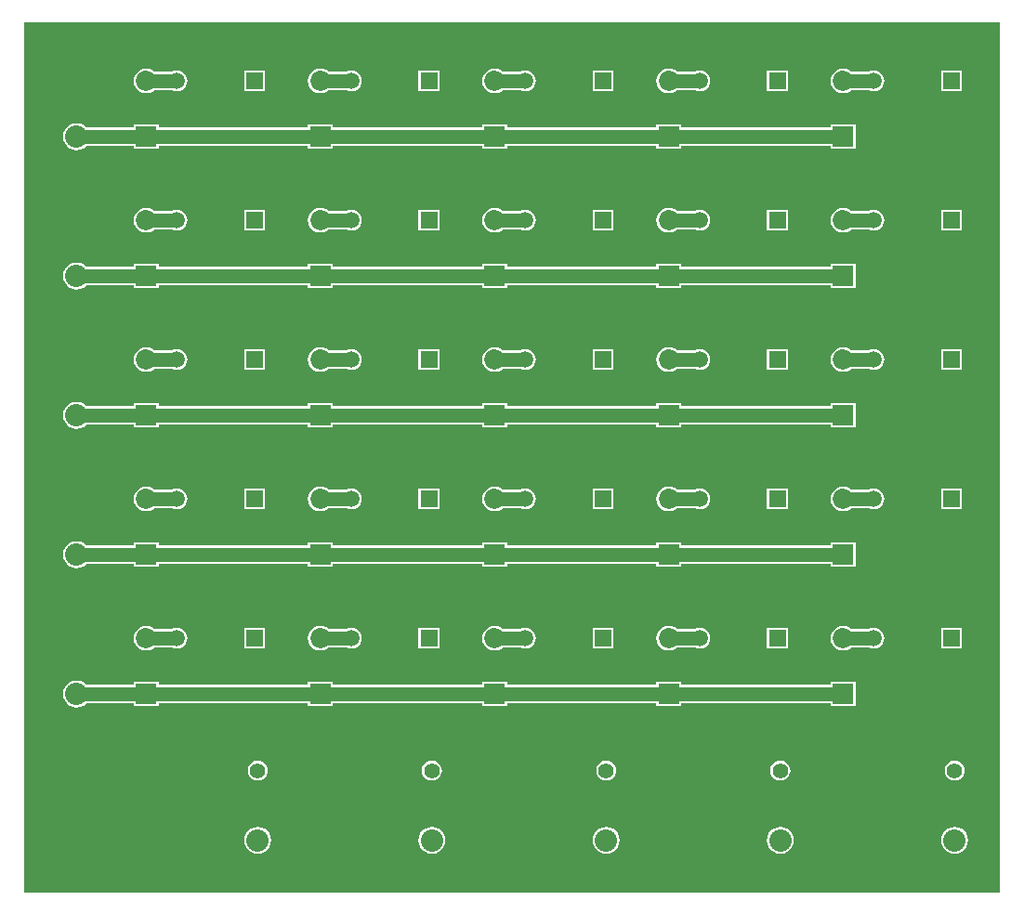
<source format=gtl>
%FSLAX25Y25*%
%MOIN*%
G70*
G01*
G75*
G04 Layer_Physical_Order=1*
G04 Layer_Color=255*
%ADD10C,0.05000*%
%ADD11C,0.05512*%
%ADD12C,0.07284*%
%ADD13R,0.07284X0.07284*%
%ADD14C,0.05906*%
%ADD15R,0.05906X0.05906*%
%ADD16C,0.08000*%
G36*
X556175Y381326D02*
X206326D01*
Y693675D01*
X556175D01*
Y381326D01*
D02*
G37*
%LPC*%
G36*
X225000Y507341D02*
X223747Y507176D01*
X222579Y506693D01*
X221577Y505923D01*
X220807Y504921D01*
X220323Y503753D01*
X220159Y502500D01*
X220323Y501247D01*
X220807Y500079D01*
X221577Y499077D01*
X222579Y498307D01*
X223747Y497823D01*
X225000Y497659D01*
X226253Y497823D01*
X227421Y498307D01*
X228423Y499077D01*
X228496Y499171D01*
X245558D01*
Y498058D01*
X254442D01*
Y499171D01*
X308058D01*
Y498058D01*
X316942D01*
Y499171D01*
X370558D01*
Y498058D01*
X379442D01*
Y499171D01*
X433058D01*
Y498058D01*
X441942D01*
Y499171D01*
X495558D01*
Y498058D01*
X504442D01*
Y506942D01*
X495558D01*
Y505829D01*
X441942D01*
Y506942D01*
X433058D01*
Y505829D01*
X379442D01*
Y506942D01*
X370558D01*
Y505829D01*
X316942D01*
Y506942D01*
X308058D01*
Y505829D01*
X254442D01*
Y506942D01*
X245558D01*
Y505829D01*
X228496D01*
X228423Y505923D01*
X227421Y506693D01*
X226253Y507176D01*
X225000Y507341D01*
D02*
G37*
G36*
X542729Y476253D02*
X535224D01*
Y468747D01*
X542729D01*
Y476253D01*
D02*
G37*
G36*
X312500Y526980D02*
X311340Y526827D01*
X310260Y526380D01*
X309332Y525668D01*
X308620Y524740D01*
X308173Y523660D01*
X308020Y522500D01*
X308173Y521341D01*
X308620Y520260D01*
X309332Y519332D01*
X310260Y518620D01*
X311340Y518173D01*
X312500Y518020D01*
X313660Y518173D01*
X314740Y518620D01*
X315459Y519171D01*
X321753D01*
X322544Y518844D01*
X323524Y518715D01*
X324503Y518844D01*
X325416Y519222D01*
X326200Y519824D01*
X326802Y520607D01*
X327180Y521520D01*
X327309Y522500D01*
X327180Y523480D01*
X326802Y524393D01*
X326200Y525176D01*
X325416Y525778D01*
X324503Y526156D01*
X323524Y526285D01*
X322544Y526156D01*
X321753Y525829D01*
X315459D01*
X314740Y526380D01*
X313660Y526827D01*
X312500Y526980D01*
D02*
G37*
G36*
X250000D02*
X248840Y526827D01*
X247760Y526380D01*
X246832Y525668D01*
X246120Y524740D01*
X245673Y523660D01*
X245520Y522500D01*
X245673Y521341D01*
X246120Y520260D01*
X246832Y519332D01*
X247760Y518620D01*
X248840Y518173D01*
X250000Y518020D01*
X251160Y518173D01*
X252240Y518620D01*
X252959Y519171D01*
X259253D01*
X260044Y518844D01*
X261024Y518715D01*
X262003Y518844D01*
X262916Y519222D01*
X263700Y519824D01*
X264302Y520607D01*
X264680Y521520D01*
X264809Y522500D01*
X264680Y523480D01*
X264302Y524393D01*
X263700Y525176D01*
X262916Y525778D01*
X262003Y526156D01*
X261024Y526285D01*
X260044Y526156D01*
X259253Y525829D01*
X252959D01*
X252240Y526380D01*
X251160Y526827D01*
X250000Y526980D01*
D02*
G37*
G36*
X355229Y476253D02*
X347724D01*
Y468747D01*
X355229D01*
Y476253D01*
D02*
G37*
G36*
X292729D02*
X285224D01*
Y468747D01*
X292729D01*
Y476253D01*
D02*
G37*
G36*
X480229D02*
X472724D01*
Y468747D01*
X480229D01*
Y476253D01*
D02*
G37*
G36*
X417729D02*
X410224D01*
Y468747D01*
X417729D01*
Y476253D01*
D02*
G37*
G36*
Y526253D02*
X410224D01*
Y518747D01*
X417729D01*
Y526253D01*
D02*
G37*
G36*
X355229D02*
X347724D01*
Y518747D01*
X355229D01*
Y526253D01*
D02*
G37*
G36*
X542729D02*
X535224D01*
Y518747D01*
X542729D01*
Y526253D01*
D02*
G37*
G36*
X480229D02*
X472724D01*
Y518747D01*
X480229D01*
Y526253D01*
D02*
G37*
G36*
X437500Y526980D02*
X436341Y526827D01*
X435260Y526380D01*
X434332Y525668D01*
X433620Y524740D01*
X433173Y523660D01*
X433020Y522500D01*
X433173Y521341D01*
X433620Y520260D01*
X434332Y519332D01*
X435260Y518620D01*
X436341Y518173D01*
X437500Y518020D01*
X438659Y518173D01*
X439740Y518620D01*
X440459Y519171D01*
X446753D01*
X447544Y518844D01*
X448524Y518715D01*
X449503Y518844D01*
X450416Y519222D01*
X451200Y519824D01*
X451802Y520607D01*
X452180Y521520D01*
X452309Y522500D01*
X452180Y523480D01*
X451802Y524393D01*
X451200Y525176D01*
X450416Y525778D01*
X449503Y526156D01*
X448524Y526285D01*
X447544Y526156D01*
X446753Y525829D01*
X440459D01*
X439740Y526380D01*
X438659Y526827D01*
X437500Y526980D01*
D02*
G37*
G36*
X375000D02*
X373840Y526827D01*
X372760Y526380D01*
X371832Y525668D01*
X371120Y524740D01*
X370673Y523660D01*
X370520Y522500D01*
X370673Y521341D01*
X371120Y520260D01*
X371832Y519332D01*
X372760Y518620D01*
X373840Y518173D01*
X375000Y518020D01*
X376160Y518173D01*
X377240Y518620D01*
X377959Y519171D01*
X384253D01*
X385044Y518844D01*
X386024Y518715D01*
X387003Y518844D01*
X387916Y519222D01*
X388700Y519824D01*
X389302Y520607D01*
X389680Y521520D01*
X389809Y522500D01*
X389680Y523480D01*
X389302Y524393D01*
X388700Y525176D01*
X387916Y525778D01*
X387003Y526156D01*
X386024Y526285D01*
X385044Y526156D01*
X384253Y525829D01*
X377959D01*
X377240Y526380D01*
X376160Y526827D01*
X375000Y526980D01*
D02*
G37*
G36*
X292729Y526253D02*
X285224D01*
Y518747D01*
X292729D01*
Y526253D01*
D02*
G37*
G36*
X500000Y526980D02*
X498841Y526827D01*
X497760Y526380D01*
X496832Y525668D01*
X496120Y524740D01*
X495673Y523660D01*
X495520Y522500D01*
X495673Y521341D01*
X496120Y520260D01*
X496832Y519332D01*
X497760Y518620D01*
X498841Y518173D01*
X500000Y518020D01*
X501159Y518173D01*
X502240Y518620D01*
X502959Y519171D01*
X509253D01*
X510044Y518844D01*
X511024Y518715D01*
X512003Y518844D01*
X512916Y519222D01*
X513700Y519824D01*
X514302Y520607D01*
X514680Y521520D01*
X514809Y522500D01*
X514680Y523480D01*
X514302Y524393D01*
X513700Y525176D01*
X512916Y525778D01*
X512003Y526156D01*
X511024Y526285D01*
X510044Y526156D01*
X509253Y525829D01*
X502959D01*
X502240Y526380D01*
X501159Y526827D01*
X500000Y526980D01*
D02*
G37*
G36*
X290000Y428587D02*
X289072Y428464D01*
X288207Y428106D01*
X287464Y427536D01*
X286894Y426793D01*
X286536Y425928D01*
X286413Y425000D01*
X286536Y424072D01*
X286894Y423207D01*
X287464Y422464D01*
X288207Y421894D01*
X289072Y421536D01*
X290000Y421413D01*
X290928Y421536D01*
X291793Y421894D01*
X292536Y422464D01*
X293106Y423207D01*
X293464Y424072D01*
X293587Y425000D01*
X293464Y425928D01*
X293106Y426793D01*
X292536Y427536D01*
X291793Y428106D01*
X290928Y428464D01*
X290000Y428587D01*
D02*
G37*
G36*
X540000Y404841D02*
X538747Y404676D01*
X537579Y404193D01*
X536577Y403423D01*
X535807Y402421D01*
X535323Y401253D01*
X535159Y400000D01*
X535323Y398747D01*
X535807Y397579D01*
X536577Y396577D01*
X537579Y395807D01*
X538747Y395323D01*
X540000Y395159D01*
X541253Y395323D01*
X542421Y395807D01*
X543423Y396577D01*
X544193Y397579D01*
X544676Y398747D01*
X544841Y400000D01*
X544676Y401253D01*
X544193Y402421D01*
X543423Y403423D01*
X542421Y404193D01*
X541253Y404676D01*
X540000Y404841D01*
D02*
G37*
G36*
X415000Y428587D02*
X414072Y428464D01*
X413207Y428106D01*
X412464Y427536D01*
X411894Y426793D01*
X411536Y425928D01*
X411413Y425000D01*
X411536Y424072D01*
X411894Y423207D01*
X412464Y422464D01*
X413207Y421894D01*
X414072Y421536D01*
X415000Y421413D01*
X415928Y421536D01*
X416793Y421894D01*
X417536Y422464D01*
X418106Y423207D01*
X418464Y424072D01*
X418587Y425000D01*
X418464Y425928D01*
X418106Y426793D01*
X417536Y427536D01*
X416793Y428106D01*
X415928Y428464D01*
X415000Y428587D01*
D02*
G37*
G36*
X352500D02*
X351572Y428464D01*
X350707Y428106D01*
X349964Y427536D01*
X349394Y426793D01*
X349036Y425928D01*
X348913Y425000D01*
X349036Y424072D01*
X349394Y423207D01*
X349964Y422464D01*
X350707Y421894D01*
X351572Y421536D01*
X352500Y421413D01*
X353428Y421536D01*
X354293Y421894D01*
X355036Y422464D01*
X355606Y423207D01*
X355964Y424072D01*
X356087Y425000D01*
X355964Y425928D01*
X355606Y426793D01*
X355036Y427536D01*
X354293Y428106D01*
X353428Y428464D01*
X352500Y428587D01*
D02*
G37*
G36*
Y404841D02*
X351247Y404676D01*
X350079Y404193D01*
X349077Y403423D01*
X348307Y402421D01*
X347824Y401253D01*
X347659Y400000D01*
X347824Y398747D01*
X348307Y397579D01*
X349077Y396577D01*
X350079Y395807D01*
X351247Y395323D01*
X352500Y395159D01*
X353753Y395323D01*
X354921Y395807D01*
X355923Y396577D01*
X356693Y397579D01*
X357176Y398747D01*
X357341Y400000D01*
X357176Y401253D01*
X356693Y402421D01*
X355923Y403423D01*
X354921Y404193D01*
X353753Y404676D01*
X352500Y404841D01*
D02*
G37*
G36*
X290000D02*
X288747Y404676D01*
X287579Y404193D01*
X286577Y403423D01*
X285807Y402421D01*
X285324Y401253D01*
X285159Y400000D01*
X285324Y398747D01*
X285807Y397579D01*
X286577Y396577D01*
X287579Y395807D01*
X288747Y395323D01*
X290000Y395159D01*
X291253Y395323D01*
X292421Y395807D01*
X293423Y396577D01*
X294193Y397579D01*
X294676Y398747D01*
X294841Y400000D01*
X294676Y401253D01*
X294193Y402421D01*
X293423Y403423D01*
X292421Y404193D01*
X291253Y404676D01*
X290000Y404841D01*
D02*
G37*
G36*
X477500D02*
X476247Y404676D01*
X475079Y404193D01*
X474077Y403423D01*
X473307Y402421D01*
X472823Y401253D01*
X472659Y400000D01*
X472823Y398747D01*
X473307Y397579D01*
X474077Y396577D01*
X475079Y395807D01*
X476247Y395323D01*
X477500Y395159D01*
X478753Y395323D01*
X479921Y395807D01*
X480923Y396577D01*
X481693Y397579D01*
X482176Y398747D01*
X482341Y400000D01*
X482176Y401253D01*
X481693Y402421D01*
X480923Y403423D01*
X479921Y404193D01*
X478753Y404676D01*
X477500Y404841D01*
D02*
G37*
G36*
X415000D02*
X413747Y404676D01*
X412579Y404193D01*
X411577Y403423D01*
X410807Y402421D01*
X410323Y401253D01*
X410159Y400000D01*
X410323Y398747D01*
X410807Y397579D01*
X411577Y396577D01*
X412579Y395807D01*
X413747Y395323D01*
X415000Y395159D01*
X416253Y395323D01*
X417421Y395807D01*
X418423Y396577D01*
X419193Y397579D01*
X419676Y398747D01*
X419841Y400000D01*
X419676Y401253D01*
X419193Y402421D01*
X418423Y403423D01*
X417421Y404193D01*
X416253Y404676D01*
X415000Y404841D01*
D02*
G37*
G36*
X375000Y476980D02*
X373840Y476827D01*
X372760Y476380D01*
X371832Y475668D01*
X371120Y474740D01*
X370673Y473660D01*
X370520Y472500D01*
X370673Y471341D01*
X371120Y470260D01*
X371832Y469332D01*
X372760Y468620D01*
X373840Y468173D01*
X375000Y468020D01*
X376160Y468173D01*
X377240Y468620D01*
X377959Y469171D01*
X384253D01*
X385044Y468844D01*
X386024Y468715D01*
X387003Y468844D01*
X387916Y469222D01*
X388700Y469824D01*
X389302Y470607D01*
X389680Y471520D01*
X389809Y472500D01*
X389680Y473480D01*
X389302Y474393D01*
X388700Y475176D01*
X387916Y475778D01*
X387003Y476156D01*
X386024Y476285D01*
X385044Y476156D01*
X384253Y475829D01*
X377959D01*
X377240Y476380D01*
X376160Y476827D01*
X375000Y476980D01*
D02*
G37*
G36*
X312500D02*
X311340Y476827D01*
X310260Y476380D01*
X309332Y475668D01*
X308620Y474740D01*
X308173Y473660D01*
X308020Y472500D01*
X308173Y471341D01*
X308620Y470260D01*
X309332Y469332D01*
X310260Y468620D01*
X311340Y468173D01*
X312500Y468020D01*
X313660Y468173D01*
X314740Y468620D01*
X315459Y469171D01*
X321753D01*
X322544Y468844D01*
X323524Y468715D01*
X324503Y468844D01*
X325416Y469222D01*
X326200Y469824D01*
X326802Y470607D01*
X327180Y471520D01*
X327309Y472500D01*
X327180Y473480D01*
X326802Y474393D01*
X326200Y475176D01*
X325416Y475778D01*
X324503Y476156D01*
X323524Y476285D01*
X322544Y476156D01*
X321753Y475829D01*
X315459D01*
X314740Y476380D01*
X313660Y476827D01*
X312500Y476980D01*
D02*
G37*
G36*
X500000D02*
X498841Y476827D01*
X497760Y476380D01*
X496832Y475668D01*
X496120Y474740D01*
X495673Y473660D01*
X495520Y472500D01*
X495673Y471341D01*
X496120Y470260D01*
X496832Y469332D01*
X497760Y468620D01*
X498841Y468173D01*
X500000Y468020D01*
X501159Y468173D01*
X502240Y468620D01*
X502959Y469171D01*
X509253D01*
X510044Y468844D01*
X511024Y468715D01*
X512003Y468844D01*
X512916Y469222D01*
X513700Y469824D01*
X514302Y470607D01*
X514680Y471520D01*
X514809Y472500D01*
X514680Y473480D01*
X514302Y474393D01*
X513700Y475176D01*
X512916Y475778D01*
X512003Y476156D01*
X511024Y476285D01*
X510044Y476156D01*
X509253Y475829D01*
X502959D01*
X502240Y476380D01*
X501159Y476827D01*
X500000Y476980D01*
D02*
G37*
G36*
X437500D02*
X436341Y476827D01*
X435260Y476380D01*
X434332Y475668D01*
X433620Y474740D01*
X433173Y473660D01*
X433020Y472500D01*
X433173Y471341D01*
X433620Y470260D01*
X434332Y469332D01*
X435260Y468620D01*
X436341Y468173D01*
X437500Y468020D01*
X438659Y468173D01*
X439740Y468620D01*
X440459Y469171D01*
X446753D01*
X447544Y468844D01*
X448524Y468715D01*
X449503Y468844D01*
X450416Y469222D01*
X451200Y469824D01*
X451802Y470607D01*
X452180Y471520D01*
X452309Y472500D01*
X452180Y473480D01*
X451802Y474393D01*
X451200Y475176D01*
X450416Y475778D01*
X449503Y476156D01*
X448524Y476285D01*
X447544Y476156D01*
X446753Y475829D01*
X440459D01*
X439740Y476380D01*
X438659Y476827D01*
X437500Y476980D01*
D02*
G37*
G36*
X540000Y428587D02*
X539072Y428464D01*
X538207Y428106D01*
X537464Y427536D01*
X536894Y426793D01*
X536536Y425928D01*
X536413Y425000D01*
X536536Y424072D01*
X536894Y423207D01*
X537464Y422464D01*
X538207Y421894D01*
X539072Y421536D01*
X540000Y421413D01*
X540928Y421536D01*
X541793Y421894D01*
X542536Y422464D01*
X543106Y423207D01*
X543464Y424072D01*
X543587Y425000D01*
X543464Y425928D01*
X543106Y426793D01*
X542536Y427536D01*
X541793Y428106D01*
X540928Y428464D01*
X540000Y428587D01*
D02*
G37*
G36*
X477500D02*
X476572Y428464D01*
X475707Y428106D01*
X474964Y427536D01*
X474394Y426793D01*
X474036Y425928D01*
X473913Y425000D01*
X474036Y424072D01*
X474394Y423207D01*
X474964Y422464D01*
X475707Y421894D01*
X476572Y421536D01*
X477500Y421413D01*
X478428Y421536D01*
X479293Y421894D01*
X480036Y422464D01*
X480606Y423207D01*
X480964Y424072D01*
X481087Y425000D01*
X480964Y425928D01*
X480606Y426793D01*
X480036Y427536D01*
X479293Y428106D01*
X478428Y428464D01*
X477500Y428587D01*
D02*
G37*
G36*
X250000Y476980D02*
X248840Y476827D01*
X247760Y476380D01*
X246832Y475668D01*
X246120Y474740D01*
X245673Y473660D01*
X245520Y472500D01*
X245673Y471341D01*
X246120Y470260D01*
X246832Y469332D01*
X247760Y468620D01*
X248840Y468173D01*
X250000Y468020D01*
X251160Y468173D01*
X252240Y468620D01*
X252959Y469171D01*
X259253D01*
X260044Y468844D01*
X261024Y468715D01*
X262003Y468844D01*
X262916Y469222D01*
X263700Y469824D01*
X264302Y470607D01*
X264680Y471520D01*
X264809Y472500D01*
X264680Y473480D01*
X264302Y474393D01*
X263700Y475176D01*
X262916Y475778D01*
X262003Y476156D01*
X261024Y476285D01*
X260044Y476156D01*
X259253Y475829D01*
X252959D01*
X252240Y476380D01*
X251160Y476827D01*
X250000Y476980D01*
D02*
G37*
G36*
X225000Y457341D02*
X223747Y457176D01*
X222579Y456693D01*
X221577Y455923D01*
X220807Y454921D01*
X220323Y453753D01*
X220159Y452500D01*
X220323Y451247D01*
X220807Y450079D01*
X221577Y449077D01*
X222579Y448307D01*
X223747Y447823D01*
X225000Y447659D01*
X226253Y447823D01*
X227421Y448307D01*
X228423Y449077D01*
X228496Y449171D01*
X245558D01*
Y448058D01*
X254442D01*
Y449171D01*
X308058D01*
Y448058D01*
X316942D01*
Y449171D01*
X370558D01*
Y448058D01*
X379442D01*
Y449171D01*
X433058D01*
Y448058D01*
X441942D01*
Y449171D01*
X495558D01*
Y448058D01*
X504442D01*
Y456942D01*
X495558D01*
Y455829D01*
X441942D01*
Y456942D01*
X433058D01*
Y455829D01*
X379442D01*
Y456942D01*
X370558D01*
Y455829D01*
X316942D01*
Y456942D01*
X308058D01*
Y455829D01*
X254442D01*
Y456942D01*
X245558D01*
Y455829D01*
X228496D01*
X228423Y455923D01*
X227421Y456693D01*
X226253Y457176D01*
X225000Y457341D01*
D02*
G37*
G36*
Y657341D02*
X223747Y657176D01*
X222579Y656693D01*
X221577Y655923D01*
X220807Y654921D01*
X220323Y653753D01*
X220159Y652500D01*
X220323Y651247D01*
X220807Y650079D01*
X221577Y649077D01*
X222579Y648307D01*
X223747Y647823D01*
X225000Y647659D01*
X226253Y647823D01*
X227421Y648307D01*
X228423Y649077D01*
X228496Y649171D01*
X245558D01*
Y648058D01*
X254442D01*
Y649171D01*
X308058D01*
Y648058D01*
X316942D01*
Y649171D01*
X370558D01*
Y648058D01*
X379442D01*
Y649171D01*
X433058D01*
Y648058D01*
X441942D01*
Y649171D01*
X495558D01*
Y648058D01*
X504442D01*
Y656942D01*
X495558D01*
Y655829D01*
X441942D01*
Y656942D01*
X433058D01*
Y655829D01*
X379442D01*
Y656942D01*
X370558D01*
Y655829D01*
X316942D01*
Y656942D01*
X308058D01*
Y655829D01*
X254442D01*
Y656942D01*
X245558D01*
Y655829D01*
X228496D01*
X228423Y655923D01*
X227421Y656693D01*
X226253Y657176D01*
X225000Y657341D01*
D02*
G37*
G36*
X542729Y626253D02*
X535224D01*
Y618747D01*
X542729D01*
Y626253D01*
D02*
G37*
G36*
X312500Y676980D02*
X311340Y676827D01*
X310260Y676380D01*
X309332Y675668D01*
X308620Y674740D01*
X308173Y673660D01*
X308020Y672500D01*
X308173Y671341D01*
X308620Y670260D01*
X309332Y669332D01*
X310260Y668620D01*
X311340Y668173D01*
X312500Y668020D01*
X313660Y668173D01*
X314740Y668620D01*
X315459Y669171D01*
X321753D01*
X322544Y668844D01*
X323524Y668715D01*
X324503Y668844D01*
X325416Y669222D01*
X326200Y669824D01*
X326802Y670607D01*
X327180Y671520D01*
X327309Y672500D01*
X327180Y673480D01*
X326802Y674393D01*
X326200Y675176D01*
X325416Y675778D01*
X324503Y676156D01*
X323524Y676285D01*
X322544Y676156D01*
X321753Y675829D01*
X315459D01*
X314740Y676380D01*
X313660Y676827D01*
X312500Y676980D01*
D02*
G37*
G36*
X250000D02*
X248840Y676827D01*
X247760Y676380D01*
X246832Y675668D01*
X246120Y674740D01*
X245673Y673660D01*
X245520Y672500D01*
X245673Y671341D01*
X246120Y670260D01*
X246832Y669332D01*
X247760Y668620D01*
X248840Y668173D01*
X250000Y668020D01*
X251160Y668173D01*
X252240Y668620D01*
X252959Y669171D01*
X259253D01*
X260044Y668844D01*
X261024Y668715D01*
X262003Y668844D01*
X262916Y669222D01*
X263700Y669824D01*
X264302Y670607D01*
X264680Y671520D01*
X264809Y672500D01*
X264680Y673480D01*
X264302Y674393D01*
X263700Y675176D01*
X262916Y675778D01*
X262003Y676156D01*
X261024Y676285D01*
X260044Y676156D01*
X259253Y675829D01*
X252959D01*
X252240Y676380D01*
X251160Y676827D01*
X250000Y676980D01*
D02*
G37*
G36*
X355229Y626253D02*
X347724D01*
Y618747D01*
X355229D01*
Y626253D01*
D02*
G37*
G36*
X292729D02*
X285224D01*
Y618747D01*
X292729D01*
Y626253D01*
D02*
G37*
G36*
X480229D02*
X472724D01*
Y618747D01*
X480229D01*
Y626253D01*
D02*
G37*
G36*
X417729D02*
X410224D01*
Y618747D01*
X417729D01*
Y626253D01*
D02*
G37*
G36*
Y676253D02*
X410224D01*
Y668747D01*
X417729D01*
Y676253D01*
D02*
G37*
G36*
X355229D02*
X347724D01*
Y668747D01*
X355229D01*
Y676253D01*
D02*
G37*
G36*
X542729D02*
X535224D01*
Y668747D01*
X542729D01*
Y676253D01*
D02*
G37*
G36*
X480229D02*
X472724D01*
Y668747D01*
X480229D01*
Y676253D01*
D02*
G37*
G36*
X437500Y676980D02*
X436341Y676827D01*
X435260Y676380D01*
X434332Y675668D01*
X433620Y674740D01*
X433173Y673660D01*
X433020Y672500D01*
X433173Y671341D01*
X433620Y670260D01*
X434332Y669332D01*
X435260Y668620D01*
X436341Y668173D01*
X437500Y668020D01*
X438659Y668173D01*
X439740Y668620D01*
X440459Y669171D01*
X446753D01*
X447544Y668844D01*
X448524Y668715D01*
X449503Y668844D01*
X450416Y669222D01*
X451200Y669824D01*
X451802Y670607D01*
X452180Y671520D01*
X452309Y672500D01*
X452180Y673480D01*
X451802Y674393D01*
X451200Y675176D01*
X450416Y675778D01*
X449503Y676156D01*
X448524Y676285D01*
X447544Y676156D01*
X446753Y675829D01*
X440459D01*
X439740Y676380D01*
X438659Y676827D01*
X437500Y676980D01*
D02*
G37*
G36*
X375000D02*
X373840Y676827D01*
X372760Y676380D01*
X371832Y675668D01*
X371120Y674740D01*
X370673Y673660D01*
X370520Y672500D01*
X370673Y671341D01*
X371120Y670260D01*
X371832Y669332D01*
X372760Y668620D01*
X373840Y668173D01*
X375000Y668020D01*
X376160Y668173D01*
X377240Y668620D01*
X377959Y669171D01*
X384253D01*
X385044Y668844D01*
X386024Y668715D01*
X387003Y668844D01*
X387916Y669222D01*
X388700Y669824D01*
X389302Y670607D01*
X389680Y671520D01*
X389809Y672500D01*
X389680Y673480D01*
X389302Y674393D01*
X388700Y675176D01*
X387916Y675778D01*
X387003Y676156D01*
X386024Y676285D01*
X385044Y676156D01*
X384253Y675829D01*
X377959D01*
X377240Y676380D01*
X376160Y676827D01*
X375000Y676980D01*
D02*
G37*
G36*
X292729Y676253D02*
X285224D01*
Y668747D01*
X292729D01*
Y676253D01*
D02*
G37*
G36*
X500000Y676980D02*
X498841Y676827D01*
X497760Y676380D01*
X496832Y675668D01*
X496120Y674740D01*
X495673Y673660D01*
X495520Y672500D01*
X495673Y671341D01*
X496120Y670260D01*
X496832Y669332D01*
X497760Y668620D01*
X498841Y668173D01*
X500000Y668020D01*
X501159Y668173D01*
X502240Y668620D01*
X502959Y669171D01*
X509253D01*
X510044Y668844D01*
X511024Y668715D01*
X512003Y668844D01*
X512916Y669222D01*
X513700Y669824D01*
X514302Y670607D01*
X514680Y671520D01*
X514809Y672500D01*
X514680Y673480D01*
X514302Y674393D01*
X513700Y675176D01*
X512916Y675778D01*
X512003Y676156D01*
X511024Y676285D01*
X510044Y676156D01*
X509253Y675829D01*
X502959D01*
X502240Y676380D01*
X501159Y676827D01*
X500000Y676980D01*
D02*
G37*
G36*
Y626980D02*
X498841Y626827D01*
X497760Y626380D01*
X496832Y625668D01*
X496120Y624740D01*
X495673Y623660D01*
X495520Y622500D01*
X495673Y621341D01*
X496120Y620260D01*
X496832Y619332D01*
X497760Y618620D01*
X498841Y618173D01*
X500000Y618020D01*
X501159Y618173D01*
X502240Y618620D01*
X502959Y619171D01*
X509253D01*
X510044Y618844D01*
X511024Y618715D01*
X512003Y618844D01*
X512916Y619222D01*
X513700Y619824D01*
X514302Y620607D01*
X514680Y621520D01*
X514809Y622500D01*
X514680Y623480D01*
X514302Y624393D01*
X513700Y625176D01*
X512916Y625778D01*
X512003Y626156D01*
X511024Y626285D01*
X510044Y626156D01*
X509253Y625829D01*
X502959D01*
X502240Y626380D01*
X501159Y626827D01*
X500000Y626980D01*
D02*
G37*
G36*
Y576980D02*
X498841Y576827D01*
X497760Y576380D01*
X496832Y575668D01*
X496120Y574740D01*
X495673Y573660D01*
X495520Y572500D01*
X495673Y571341D01*
X496120Y570260D01*
X496832Y569332D01*
X497760Y568620D01*
X498841Y568173D01*
X500000Y568020D01*
X501159Y568173D01*
X502240Y568620D01*
X502959Y569171D01*
X509253D01*
X510044Y568844D01*
X511024Y568715D01*
X512003Y568844D01*
X512916Y569222D01*
X513700Y569824D01*
X514302Y570607D01*
X514680Y571520D01*
X514809Y572500D01*
X514680Y573480D01*
X514302Y574393D01*
X513700Y575176D01*
X512916Y575778D01*
X512003Y576156D01*
X511024Y576285D01*
X510044Y576156D01*
X509253Y575829D01*
X502959D01*
X502240Y576380D01*
X501159Y576827D01*
X500000Y576980D01*
D02*
G37*
G36*
X437500D02*
X436341Y576827D01*
X435260Y576380D01*
X434332Y575668D01*
X433620Y574740D01*
X433173Y573660D01*
X433020Y572500D01*
X433173Y571341D01*
X433620Y570260D01*
X434332Y569332D01*
X435260Y568620D01*
X436341Y568173D01*
X437500Y568020D01*
X438659Y568173D01*
X439740Y568620D01*
X440459Y569171D01*
X446753D01*
X447544Y568844D01*
X448524Y568715D01*
X449503Y568844D01*
X450416Y569222D01*
X451200Y569824D01*
X451802Y570607D01*
X452180Y571520D01*
X452309Y572500D01*
X452180Y573480D01*
X451802Y574393D01*
X451200Y575176D01*
X450416Y575778D01*
X449503Y576156D01*
X448524Y576285D01*
X447544Y576156D01*
X446753Y575829D01*
X440459D01*
X439740Y576380D01*
X438659Y576827D01*
X437500Y576980D01*
D02*
G37*
G36*
X355229Y576253D02*
X347724D01*
Y568747D01*
X355229D01*
Y576253D01*
D02*
G37*
G36*
X292729D02*
X285224D01*
Y568747D01*
X292729D01*
Y576253D01*
D02*
G37*
G36*
X250000Y576980D02*
X248840Y576827D01*
X247760Y576380D01*
X246832Y575668D01*
X246120Y574740D01*
X245673Y573660D01*
X245520Y572500D01*
X245673Y571341D01*
X246120Y570260D01*
X246832Y569332D01*
X247760Y568620D01*
X248840Y568173D01*
X250000Y568020D01*
X251160Y568173D01*
X252240Y568620D01*
X252959Y569171D01*
X259253D01*
X260044Y568844D01*
X261024Y568715D01*
X262003Y568844D01*
X262916Y569222D01*
X263700Y569824D01*
X264302Y570607D01*
X264680Y571520D01*
X264809Y572500D01*
X264680Y573480D01*
X264302Y574393D01*
X263700Y575176D01*
X262916Y575778D01*
X262003Y576156D01*
X261024Y576285D01*
X260044Y576156D01*
X259253Y575829D01*
X252959D01*
X252240Y576380D01*
X251160Y576827D01*
X250000Y576980D01*
D02*
G37*
G36*
X225000Y557341D02*
X223747Y557176D01*
X222579Y556693D01*
X221577Y555923D01*
X220807Y554921D01*
X220323Y553753D01*
X220159Y552500D01*
X220323Y551247D01*
X220807Y550079D01*
X221577Y549077D01*
X222579Y548307D01*
X223747Y547823D01*
X225000Y547659D01*
X226253Y547823D01*
X227421Y548307D01*
X228423Y549077D01*
X228496Y549171D01*
X245558D01*
Y548058D01*
X254442D01*
Y549171D01*
X308058D01*
Y548058D01*
X316942D01*
Y549171D01*
X370558D01*
Y548058D01*
X379442D01*
Y549171D01*
X433058D01*
Y548058D01*
X441942D01*
Y549171D01*
X495558D01*
Y548058D01*
X504442D01*
Y556942D01*
X495558D01*
Y555829D01*
X441942D01*
Y556942D01*
X433058D01*
Y555829D01*
X379442D01*
Y556942D01*
X370558D01*
Y555829D01*
X316942D01*
Y556942D01*
X308058D01*
Y555829D01*
X254442D01*
Y556942D01*
X245558D01*
Y555829D01*
X228496D01*
X228423Y555923D01*
X227421Y556693D01*
X226253Y557176D01*
X225000Y557341D01*
D02*
G37*
G36*
X375000Y576980D02*
X373840Y576827D01*
X372760Y576380D01*
X371832Y575668D01*
X371120Y574740D01*
X370673Y573660D01*
X370520Y572500D01*
X370673Y571341D01*
X371120Y570260D01*
X371832Y569332D01*
X372760Y568620D01*
X373840Y568173D01*
X375000Y568020D01*
X376160Y568173D01*
X377240Y568620D01*
X377959Y569171D01*
X384253D01*
X385044Y568844D01*
X386024Y568715D01*
X387003Y568844D01*
X387916Y569222D01*
X388700Y569824D01*
X389302Y570607D01*
X389680Y571520D01*
X389809Y572500D01*
X389680Y573480D01*
X389302Y574393D01*
X388700Y575176D01*
X387916Y575778D01*
X387003Y576156D01*
X386024Y576285D01*
X385044Y576156D01*
X384253Y575829D01*
X377959D01*
X377240Y576380D01*
X376160Y576827D01*
X375000Y576980D01*
D02*
G37*
G36*
X312500D02*
X311340Y576827D01*
X310260Y576380D01*
X309332Y575668D01*
X308620Y574740D01*
X308173Y573660D01*
X308020Y572500D01*
X308173Y571341D01*
X308620Y570260D01*
X309332Y569332D01*
X310260Y568620D01*
X311340Y568173D01*
X312500Y568020D01*
X313660Y568173D01*
X314740Y568620D01*
X315459Y569171D01*
X321753D01*
X322544Y568844D01*
X323524Y568715D01*
X324503Y568844D01*
X325416Y569222D01*
X326200Y569824D01*
X326802Y570607D01*
X327180Y571520D01*
X327309Y572500D01*
X327180Y573480D01*
X326802Y574393D01*
X326200Y575176D01*
X325416Y575778D01*
X324503Y576156D01*
X323524Y576285D01*
X322544Y576156D01*
X321753Y575829D01*
X315459D01*
X314740Y576380D01*
X313660Y576827D01*
X312500Y576980D01*
D02*
G37*
G36*
Y626980D02*
X311340Y626827D01*
X310260Y626380D01*
X309332Y625668D01*
X308620Y624740D01*
X308173Y623660D01*
X308020Y622500D01*
X308173Y621341D01*
X308620Y620260D01*
X309332Y619332D01*
X310260Y618620D01*
X311340Y618173D01*
X312500Y618020D01*
X313660Y618173D01*
X314740Y618620D01*
X315459Y619171D01*
X321753D01*
X322544Y618844D01*
X323524Y618715D01*
X324503Y618844D01*
X325416Y619222D01*
X326200Y619824D01*
X326802Y620607D01*
X327180Y621520D01*
X327309Y622500D01*
X327180Y623480D01*
X326802Y624393D01*
X326200Y625176D01*
X325416Y625778D01*
X324503Y626156D01*
X323524Y626285D01*
X322544Y626156D01*
X321753Y625829D01*
X315459D01*
X314740Y626380D01*
X313660Y626827D01*
X312500Y626980D01*
D02*
G37*
G36*
X250000D02*
X248840Y626827D01*
X247760Y626380D01*
X246832Y625668D01*
X246120Y624740D01*
X245673Y623660D01*
X245520Y622500D01*
X245673Y621341D01*
X246120Y620260D01*
X246832Y619332D01*
X247760Y618620D01*
X248840Y618173D01*
X250000Y618020D01*
X251160Y618173D01*
X252240Y618620D01*
X252959Y619171D01*
X259253D01*
X260044Y618844D01*
X261024Y618715D01*
X262003Y618844D01*
X262916Y619222D01*
X263700Y619824D01*
X264302Y620607D01*
X264680Y621520D01*
X264809Y622500D01*
X264680Y623480D01*
X264302Y624393D01*
X263700Y625176D01*
X262916Y625778D01*
X262003Y626156D01*
X261024Y626285D01*
X260044Y626156D01*
X259253Y625829D01*
X252959D01*
X252240Y626380D01*
X251160Y626827D01*
X250000Y626980D01*
D02*
G37*
G36*
X437500D02*
X436341Y626827D01*
X435260Y626380D01*
X434332Y625668D01*
X433620Y624740D01*
X433173Y623660D01*
X433020Y622500D01*
X433173Y621341D01*
X433620Y620260D01*
X434332Y619332D01*
X435260Y618620D01*
X436341Y618173D01*
X437500Y618020D01*
X438659Y618173D01*
X439740Y618620D01*
X440459Y619171D01*
X446753D01*
X447544Y618844D01*
X448524Y618715D01*
X449503Y618844D01*
X450416Y619222D01*
X451200Y619824D01*
X451802Y620607D01*
X452180Y621520D01*
X452309Y622500D01*
X452180Y623480D01*
X451802Y624393D01*
X451200Y625176D01*
X450416Y625778D01*
X449503Y626156D01*
X448524Y626285D01*
X447544Y626156D01*
X446753Y625829D01*
X440459D01*
X439740Y626380D01*
X438659Y626827D01*
X437500Y626980D01*
D02*
G37*
G36*
X375000D02*
X373840Y626827D01*
X372760Y626380D01*
X371832Y625668D01*
X371120Y624740D01*
X370673Y623660D01*
X370520Y622500D01*
X370673Y621341D01*
X371120Y620260D01*
X371832Y619332D01*
X372760Y618620D01*
X373840Y618173D01*
X375000Y618020D01*
X376160Y618173D01*
X377240Y618620D01*
X377959Y619171D01*
X384253D01*
X385044Y618844D01*
X386024Y618715D01*
X387003Y618844D01*
X387916Y619222D01*
X388700Y619824D01*
X389302Y620607D01*
X389680Y621520D01*
X389809Y622500D01*
X389680Y623480D01*
X389302Y624393D01*
X388700Y625176D01*
X387916Y625778D01*
X387003Y626156D01*
X386024Y626285D01*
X385044Y626156D01*
X384253Y625829D01*
X377959D01*
X377240Y626380D01*
X376160Y626827D01*
X375000Y626980D01*
D02*
G37*
G36*
X480229Y576253D02*
X472724D01*
Y568747D01*
X480229D01*
Y576253D01*
D02*
G37*
G36*
X417729D02*
X410224D01*
Y568747D01*
X417729D01*
Y576253D01*
D02*
G37*
G36*
X225000Y607341D02*
X223747Y607176D01*
X222579Y606693D01*
X221577Y605923D01*
X220807Y604921D01*
X220323Y603753D01*
X220159Y602500D01*
X220323Y601247D01*
X220807Y600079D01*
X221577Y599077D01*
X222579Y598307D01*
X223747Y597823D01*
X225000Y597659D01*
X226253Y597823D01*
X227421Y598307D01*
X228423Y599077D01*
X228496Y599171D01*
X245558D01*
Y598058D01*
X254442D01*
Y599171D01*
X308058D01*
Y598058D01*
X316942D01*
Y599171D01*
X370558D01*
Y598058D01*
X379442D01*
Y599171D01*
X433058D01*
Y598058D01*
X441942D01*
Y599171D01*
X495558D01*
Y598058D01*
X504442D01*
Y606942D01*
X495558D01*
Y605829D01*
X441942D01*
Y606942D01*
X433058D01*
Y605829D01*
X379442D01*
Y606942D01*
X370558D01*
Y605829D01*
X316942D01*
Y606942D01*
X308058D01*
Y605829D01*
X254442D01*
Y606942D01*
X245558D01*
Y605829D01*
X228496D01*
X228423Y605923D01*
X227421Y606693D01*
X226253Y607176D01*
X225000Y607341D01*
D02*
G37*
G36*
X542729Y576253D02*
X535224D01*
Y568747D01*
X542729D01*
Y576253D01*
D02*
G37*
%LPD*%
D10*
X225000Y652500D02*
X250000D01*
X312500D01*
X375000D01*
X437500D01*
X500000D01*
X225000Y602500D02*
X250000D01*
X312500D01*
X375000D01*
X437500D01*
X500000D01*
X225000Y552500D02*
X250000D01*
X312500D01*
X375000D01*
X437500D01*
X500000D01*
X225000Y502500D02*
X250000D01*
X312500D01*
X375000D01*
X437500D01*
X500000D01*
X225000Y452500D02*
X250000D01*
X312500D01*
X375000D01*
X437500D01*
X500000D01*
X250000Y672500D02*
X261024D01*
X312500D02*
X323524D01*
X375000D02*
X386024D01*
X437500D02*
X448524D01*
X500000D02*
X511024D01*
X250000Y622500D02*
X261024D01*
X312500D02*
X323524D01*
X375000D02*
X386024D01*
X437500D02*
X448524D01*
X500000D02*
X511024D01*
X250000Y572500D02*
X261024D01*
X312500D02*
X323524D01*
X375000D02*
X386024D01*
X437500D02*
X448524D01*
X500000D02*
X511024D01*
X250000Y522500D02*
X261024D01*
X312500D02*
X323524D01*
X375000D02*
X386024D01*
X437500D02*
X448524D01*
X500000D02*
X511024D01*
X250000Y472500D02*
X261024D01*
X312500D02*
X323524D01*
X375000D02*
X386024D01*
X437500D02*
X448524D01*
X500000D02*
X511024D01*
D11*
X260000Y425000D02*
D03*
X290000D02*
D03*
X447500D02*
D03*
X477500D02*
D03*
X322500D02*
D03*
X352500D02*
D03*
X385000D02*
D03*
X415000D02*
D03*
X510000D02*
D03*
X540000D02*
D03*
D12*
X312500Y472500D02*
D03*
X250000D02*
D03*
X500000D02*
D03*
X375000D02*
D03*
X437500D02*
D03*
Y672500D02*
D03*
X375000Y572500D02*
D03*
X312500Y672500D02*
D03*
Y572500D02*
D03*
X250000D02*
D03*
Y672500D02*
D03*
X437500Y622500D02*
D03*
X375000D02*
D03*
X437500Y572500D02*
D03*
X500000Y622500D02*
D03*
Y522500D02*
D03*
X312500Y622500D02*
D03*
X375000Y672500D02*
D03*
X250000Y622500D02*
D03*
X500000Y572500D02*
D03*
Y672500D02*
D03*
X437500Y522500D02*
D03*
X312500D02*
D03*
X375000D02*
D03*
X250000D02*
D03*
D13*
X312500Y452500D02*
D03*
X250000D02*
D03*
X500000D02*
D03*
X375000D02*
D03*
X437500D02*
D03*
Y652500D02*
D03*
X375000Y552500D02*
D03*
X312500Y652500D02*
D03*
Y552500D02*
D03*
X250000D02*
D03*
Y652500D02*
D03*
X437500Y602500D02*
D03*
X375000D02*
D03*
X437500Y552500D02*
D03*
X500000Y602500D02*
D03*
Y502500D02*
D03*
X312500Y602500D02*
D03*
X375000Y652500D02*
D03*
X250000Y602500D02*
D03*
X500000Y552500D02*
D03*
Y652500D02*
D03*
X437500Y502500D02*
D03*
X312500D02*
D03*
X375000D02*
D03*
X250000D02*
D03*
D14*
X511024Y622500D02*
D03*
Y522500D02*
D03*
X386024Y672500D02*
D03*
Y622500D02*
D03*
X448524Y572500D02*
D03*
X511024Y672500D02*
D03*
X323524Y622500D02*
D03*
X386024Y572500D02*
D03*
X448524Y622500D02*
D03*
Y672500D02*
D03*
X511024Y572500D02*
D03*
Y472500D02*
D03*
X448524Y522500D02*
D03*
Y472500D02*
D03*
X386024Y522500D02*
D03*
X261024Y572500D02*
D03*
Y672500D02*
D03*
X323524Y522500D02*
D03*
X261024Y472500D02*
D03*
X323524Y572500D02*
D03*
X386024Y472500D02*
D03*
X323524Y672500D02*
D03*
X261024Y522500D02*
D03*
X323524Y472500D02*
D03*
X261024Y622500D02*
D03*
D15*
X538976D02*
D03*
Y522500D02*
D03*
X413976Y672500D02*
D03*
Y622500D02*
D03*
X476476Y572500D02*
D03*
X538976Y672500D02*
D03*
X351476Y622500D02*
D03*
X413976Y572500D02*
D03*
X476476Y622500D02*
D03*
Y672500D02*
D03*
X538976Y572500D02*
D03*
Y472500D02*
D03*
X476476Y522500D02*
D03*
Y472500D02*
D03*
X413976Y522500D02*
D03*
X288976Y572500D02*
D03*
Y672500D02*
D03*
X351476Y522500D02*
D03*
X288976Y472500D02*
D03*
X351476Y572500D02*
D03*
X413976Y472500D02*
D03*
X351476Y672500D02*
D03*
X288976Y522500D02*
D03*
X351476Y472500D02*
D03*
X288976Y622500D02*
D03*
D16*
X225000Y652500D02*
D03*
Y602500D02*
D03*
Y552500D02*
D03*
Y502500D02*
D03*
Y452500D02*
D03*
X290000Y400000D02*
D03*
X352500D02*
D03*
X415000D02*
D03*
X477500D02*
D03*
X540000D02*
D03*
X225000D02*
D03*
M02*

</source>
